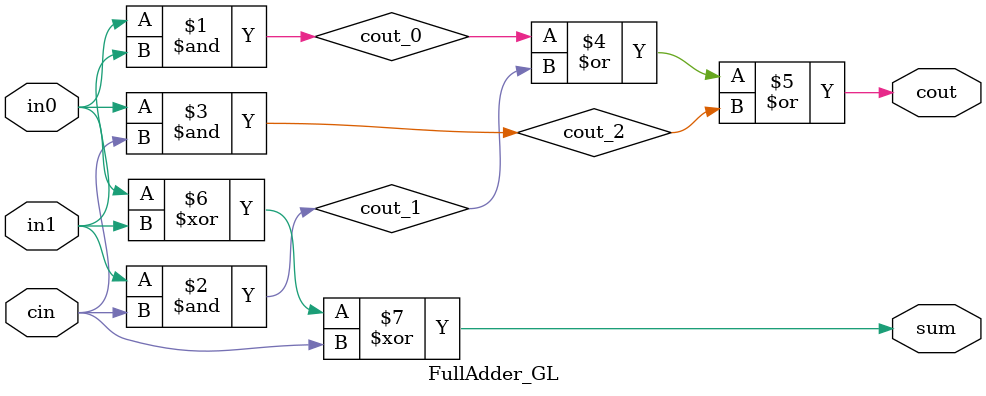
<source format=v>

`ifndef FULL_ADDER_GL_V
`define FULL_ADDER_GL_V

`include "ece2300/ece2300-misc.v"

module FullAdder_GL
(
  (* keep=1 *) input  wire in0,
  (* keep=1 *) input  wire in1,
  (* keep=1 *) input  wire cin,
  (* keep=1 *) output wire cout,
  (* keep=1 *) output wire sum
);

  wire cout_0, cout_1, cout_2; 

  // Logic for cout
  and( cout_0, in0, in1 ); 
  and( cout_1, in1, cin ); 
  and( cout_2, in0, cin );
  
  // Minterms combined in an OR 
  or ( cout, cout_0, cout_1, cout_2 ); 

  // odd parity of in0, in1, cin
  xor( sum, in0, in1, cin ); 

endmodule

`endif /* FULL_ADDER_GL_V */


</source>
